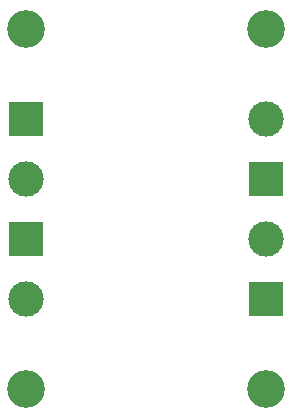
<source format=gbs>
G04 #@! TF.GenerationSoftware,KiCad,Pcbnew,6.0.9-8da3e8f707~116~ubuntu20.04.1*
G04 #@! TF.CreationDate,2023-04-19T17:51:41+00:00*
G04 #@! TF.ProjectId,LEC030301,4c454330-3330-4333-9031-2e6b69636164,rev?*
G04 #@! TF.SameCoordinates,Original*
G04 #@! TF.FileFunction,Soldermask,Bot*
G04 #@! TF.FilePolarity,Negative*
%FSLAX46Y46*%
G04 Gerber Fmt 4.6, Leading zero omitted, Abs format (unit mm)*
G04 Created by KiCad (PCBNEW 6.0.9-8da3e8f707~116~ubuntu20.04.1) date 2023-04-19 17:51:41*
%MOMM*%
%LPD*%
G01*
G04 APERTURE LIST*
%ADD10C,3.200000*%
%ADD11R,3.000000X3.000000*%
%ADD12C,3.000000*%
G04 APERTURE END LIST*
D10*
G04 #@! TO.C,H3*
X203200000Y-81280000D03*
G04 #@! TD*
G04 #@! TO.C,H4*
X203200000Y-50800000D03*
G04 #@! TD*
D11*
G04 #@! TO.C,J3*
X203200000Y-73660000D03*
D12*
X203200000Y-68580000D03*
G04 #@! TD*
D11*
G04 #@! TO.C,J4*
X203200000Y-63500000D03*
D12*
X203200000Y-58420000D03*
G04 #@! TD*
D10*
G04 #@! TO.C,H2*
X182880000Y-50800000D03*
G04 #@! TD*
G04 #@! TO.C,H1*
X182880000Y-81280000D03*
G04 #@! TD*
D11*
G04 #@! TO.C,J1*
X182880000Y-58420000D03*
D12*
X182880000Y-63500000D03*
G04 #@! TD*
D11*
G04 #@! TO.C,J2*
X182880000Y-68580000D03*
D12*
X182880000Y-73660000D03*
G04 #@! TD*
M02*

</source>
